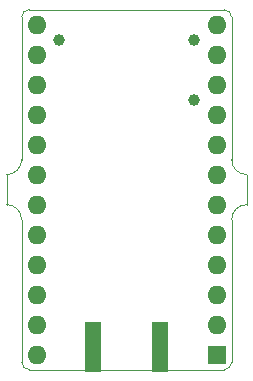
<source format=gbr>
%TF.GenerationSoftware,KiCad,Pcbnew,5.1.4-e60b266~84~ubuntu19.04.1*%
%TF.CreationDate,2020-03-24T16:38:05+00:00*%
%TF.ProjectId,ProMicro_GPS,50726f4d-6963-4726-9f5f-4750532e6b69,v2.3*%
%TF.SameCoordinates,Original*%
%TF.FileFunction,Soldermask,Bot*%
%TF.FilePolarity,Negative*%
%FSLAX45Y45*%
G04 Gerber Fmt 4.5, Leading zero omitted, Abs format (unit mm)*
G04 Created by KiCad (PCBNEW 5.1.4-e60b266~84~ubuntu19.04.1) date 2020-03-24 16:38:05*
%MOMM*%
%LPD*%
G04 APERTURE LIST*
%ADD10C,0.100000*%
%ADD11O,1.600000X1.600000*%
%ADD12R,1.600000X1.600000*%
%ADD13C,1.000000*%
%ADD14R,1.350000X4.200000*%
G04 APERTURE END LIST*
D10*
X14097000Y-9652000D02*
X14097000Y-9906000D01*
X13970000Y-10033000D02*
G75*
G02X14097000Y-9906000I127000J0D01*
G01*
X13970000Y-10033000D02*
X13970000Y-11239500D01*
X14097000Y-9652000D02*
G75*
G02X13970000Y-9525000I0J127000D01*
G01*
X13970000Y-8318500D02*
X13970000Y-9525000D01*
X12065000Y-9906000D02*
X12065000Y-9652000D01*
X12065000Y-9906000D02*
G75*
G02X12192000Y-10033000I0J-127000D01*
G01*
X12192000Y-11239500D02*
X12192000Y-10033000D01*
X12192000Y-9525000D02*
G75*
G02X12065000Y-9652000I-127000J0D01*
G01*
X12255500Y-11303000D02*
G75*
G02X12192000Y-11239500I0J63500D01*
G01*
X12192000Y-8318500D02*
G75*
G02X12255500Y-8255000I63500J0D01*
G01*
X13906500Y-8255000D02*
G75*
G02X13970000Y-8318500I0J-63500D01*
G01*
X13970000Y-11239500D02*
G75*
G02X13906500Y-11303000I-63500J0D01*
G01*
X12255500Y-8255000D02*
X13906500Y-8255000D01*
X12192000Y-9525000D02*
X12192000Y-8318500D01*
X13906500Y-11303000D02*
X12255500Y-11303000D01*
D11*
X12319000Y-11176000D03*
X12319000Y-10922000D03*
X12319000Y-10668000D03*
X13843000Y-8382000D03*
X12319000Y-10414000D03*
X13843000Y-8636000D03*
X12319000Y-10160000D03*
X13843000Y-8890000D03*
X12319000Y-9906000D03*
X13843000Y-9144000D03*
X12319000Y-9652000D03*
X13843000Y-9398000D03*
X12319000Y-9398000D03*
X13843000Y-9652000D03*
X12319000Y-9144000D03*
X13843000Y-9906000D03*
X12319000Y-8890000D03*
X13843000Y-10160000D03*
X12319000Y-8636000D03*
X13843000Y-10414000D03*
X12319000Y-8382000D03*
X13843000Y-10668000D03*
X13843000Y-10922000D03*
D12*
X13843000Y-11176000D03*
D13*
X12509500Y-8509000D03*
X13652500Y-8509000D03*
X13652500Y-9017000D03*
D14*
X13363500Y-11112500D03*
X12798500Y-11112500D03*
M02*

</source>
